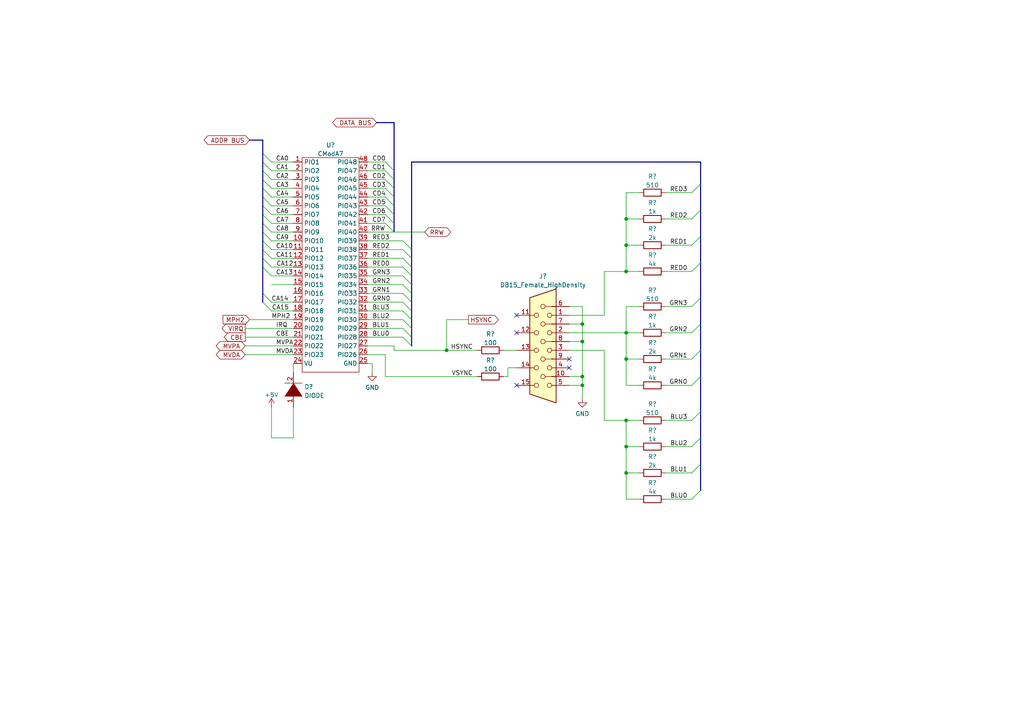
<source format=kicad_sch>
(kicad_sch (version 20211123) (generator eeschema)
  (paper "A4")
  (title_block (title "RF65816SBC VGA") (rev "1") (company "Finitron"))
  (lib_symbols
    (symbol "Connector:DB15_Female_HighDensity" (pin_names (offset 1.016) hide)
      (property "Reference" "J" (at 0 21.59 0))
      (property "Value" "DB15_Female_HighDensity" (at 0 19.05 0))
      (symbol "DB15_Female_HighDensity_0_1"
        (circle (center -1.905 -10.16) (radius 0.635))
        (circle (center -1.905 -5.08) (radius 0.635))
        (circle (center -1.905 0) (radius 0.635))
        (circle (center -1.905 5.08) (radius 0.635))
        (circle (center -1.905 10.16) (radius 0.635))
        (circle (center 0 -7.62) (radius 0.635))
        (circle (center 0 -2.54) (radius 0.635))
        (polyline (pts (xy -3.175 7.62) (xy -0.635 7.62)))
        (polyline (pts (xy -0.635 -7.62) (xy -3.175 -7.62)))
        (polyline (pts (xy -0.635 -2.54) (xy -3.175 -2.54)))
        (polyline (pts (xy -0.635 2.54) (xy -3.175 2.54)))
        (polyline (pts (xy -0.635 12.7) (xy -3.175 12.7)))
        (polyline (pts (xy -3.81 17.78) (xy -3.81 -15.24) (xy 3.81 -12.7) (xy 3.81 15.24) (xy -3.81 17.78)) (stroke (width 0.254)) (fill (type background)))
        (circle (center 0 2.54) (radius 0.635))
        (circle (center 0 7.62) (radius 0.635))
        (circle (center 0 12.7) (radius 0.635))
        (circle (center 1.905 -10.16) (radius 0.635))
        (circle (center 1.905 -5.08) (radius 0.635))
        (circle (center 1.905 0) (radius 0.635))
        (circle (center 1.905 5.08) (radius 0.635))
        (circle (center 1.905 10.16) (radius 0.635))
      )
      (symbol "DB15_Female_HighDensity_1_1"
        (pin passive line (at -7.62 10.16 0) (length 5.08) (name "~") (number "1"))
        (pin passive line (at -7.62 -7.62 0) (length 5.08) (name "~") (number "10"))
        (pin passive line (at 7.62 10.16 180) (length 5.08) (name "~") (number "11"))
        (pin passive line (at 7.62 5.08 180) (length 5.08) (name "~") (number "12"))
        (pin passive line (at 7.62 0 180) (length 5.08) (name "~") (number "13"))
        (pin passive line (at 7.62 -5.08 180) (length 5.08) (name "~") (number "14"))
        (pin passive line (at 7.62 -10.16 180) (length 5.08) (name "~") (number "15"))
        (pin passive line (at -7.62 5.08 0) (length 5.08) (name "~") (number "2"))
        (pin passive line (at -7.62 0 0) (length 5.08) (name "~") (number "3"))
        (pin passive line (at -7.62 -5.08 0) (length 5.08) (name "~") (number "4"))
        (pin passive line (at -7.62 -10.16 0) (length 5.08) (name "~") (number "5"))
        (pin passive line (at -7.62 12.7 0) (length 5.08) (name "~") (number "6"))
        (pin passive line (at -7.62 7.62 0) (length 5.08) (name "~") (number "7"))
        (pin passive line (at -7.62 2.54 0) (length 5.08) (name "~") (number "8"))
        (pin passive line (at -7.62 -2.54 0) (length 5.08) (name "~") (number "9"))
      )
    )
    (symbol "Device:R" (pin_numbers hide) (pin_names (offset 0))
      (property "Reference" "R" (at 2.032 0 90))
      (property "Value" "R" (at 0 0 90))
      (symbol "R_0_1"
        (rectangle (start -1.016 -2.54) (end 1.016 2.54) (stroke (width 0.254)))
      )
      (symbol "R_1_1"
        (pin passive line (at 0 3.81 270) (length 1.27) (name "~") (number "1"))
        (pin passive line (at 0 -3.81 90) (length 1.27) (name "~") (number "2"))
      )
    )
    (symbol "MyLib:CModA7"
      (property "Reference" "U" (at 0 30.48 0))
      (property "Value" "CModA7" (at 1.27 33.02 0))
      (symbol "CModA7_0_1"
        (rectangle (start -6.35 29.21) (end 10.16 -33.02) (stroke (width 0.1524)))
      )
      (symbol "CModA7_1_1"
        (pin bidirectional line (at -8.89 27.94 0) (length 2.54) (name "PIO1") (number "1"))
        (pin bidirectional line (at -8.89 5.08 0) (length 2.54) (name "PIO10") (number "10"))
        (pin bidirectional line (at -8.89 2.54 0) (length 2.54) (name "PIO11") (number "11"))
        (pin bidirectional line (at -8.89 0 0) (length 2.54) (name "PIO12") (number "12"))
        (pin bidirectional line (at -8.89 -2.54 0) (length 2.54) (name "PIO13") (number "13"))
        (pin bidirectional line (at -8.89 -5.08 0) (length 2.54) (name "PIO14") (number "14"))
        (pin unspecified line (at -8.89 -7.62 0) (length 2.54) (name "PIO15") (number "15"))
        (pin unspecified line (at -8.89 -10.16 0) (length 2.54) (name "PIO16") (number "16"))
        (pin bidirectional line (at -8.89 -12.7 0) (length 2.54) (name "PIO17") (number "17"))
        (pin bidirectional line (at -8.89 -15.24 0) (length 2.54) (name "PIO18") (number "18"))
        (pin bidirectional line (at -8.89 -17.78 0) (length 2.54) (name "PIO19") (number "19"))
        (pin bidirectional line (at -8.89 25.4 0) (length 2.54) (name "PIO2") (number "2"))
        (pin bidirectional line (at -8.89 -20.32 0) (length 2.54) (name "PIO20") (number "20"))
        (pin bidirectional line (at -8.89 -22.86 0) (length 2.54) (name "PIO21") (number "21"))
        (pin bidirectional line (at -8.89 -25.4 0) (length 2.54) (name "PIO22") (number "22"))
        (pin bidirectional line (at -8.89 -27.94 0) (length 2.54) (name "PIO23") (number "23"))
        (pin power_in line (at -8.89 -30.48 0) (length 2.54) (name "VU") (number "24"))
        (pin power_in line (at 12.7 -30.48 180) (length 2.54) (name "GND") (number "25"))
        (pin bidirectional line (at 12.7 -27.94 180) (length 2.54) (name "PIO26") (number "26"))
        (pin bidirectional line (at 12.7 -25.4 180) (length 2.54) (name "PIO27") (number "27"))
        (pin bidirectional line (at 12.7 -22.86 180) (length 2.54) (name "PIO28") (number "28"))
        (pin bidirectional line (at 12.7 -20.32 180) (length 2.54) (name "PIO29") (number "29"))
        (pin bidirectional line (at -8.89 22.86 0) (length 2.54) (name "PIO3") (number "3"))
        (pin bidirectional line (at 12.7 -17.78 180) (length 2.54) (name "PIO30") (number "30"))
        (pin bidirectional line (at 12.7 -15.24 180) (length 2.54) (name "PIO31") (number "31"))
        (pin bidirectional line (at 12.7 -12.7 180) (length 2.54) (name "PIO32") (number "32"))
        (pin bidirectional line (at 12.7 -10.16 180) (length 2.54) (name "PIO33") (number "33"))
        (pin bidirectional line (at 12.7 -7.62 180) (length 2.54) (name "PIO34") (number "34"))
        (pin bidirectional line (at 12.7 -5.08 180) (length 2.54) (name "PIO35") (number "35"))
        (pin bidirectional line (at 12.7 -2.54 180) (length 2.54) (name "PIO36") (number "36"))
        (pin bidirectional line (at 12.7 0 180) (length 2.54) (name "PIO37") (number "37"))
        (pin bidirectional line (at 12.7 2.54 180) (length 2.54) (name "PIO38") (number "38"))
        (pin bidirectional line (at 12.7 5.08 180) (length 2.54) (name "PIO39") (number "39"))
        (pin bidirectional line (at -8.89 20.32 0) (length 2.54) (name "PIO4") (number "4"))
        (pin bidirectional line (at 12.7 7.62 180) (length 2.54) (name "PIO40") (number "40"))
        (pin bidirectional line (at 12.7 10.16 180) (length 2.54) (name "PIO41") (number "41"))
        (pin bidirectional line (at 12.7 12.7 180) (length 2.54) (name "PIO42") (number "42"))
        (pin bidirectional line (at 12.7 15.24 180) (length 2.54) (name "PIO43") (number "43"))
        (pin bidirectional line (at 12.7 17.78 180) (length 2.54) (name "PIO44") (number "44"))
        (pin bidirectional line (at 12.7 20.32 180) (length 2.54) (name "PIO45") (number "45"))
        (pin bidirectional line (at 12.7 22.86 180) (length 2.54) (name "PIO46") (number "46"))
        (pin bidirectional line (at 12.7 25.4 180) (length 2.54) (name "PIO47") (number "47"))
        (pin bidirectional line (at 12.7 27.94 180) (length 2.54) (name "PIO48") (number "48"))
        (pin bidirectional line (at -8.89 17.78 0) (length 2.54) (name "PIO5") (number "5"))
        (pin bidirectional line (at -8.89 15.24 0) (length 2.54) (name "PIO6") (number "6"))
        (pin bidirectional line (at -8.89 12.7 0) (length 2.54) (name "PIO7") (number "7"))
        (pin bidirectional line (at -8.89 10.16 0) (length 2.54) (name "PIO8") (number "8"))
        (pin bidirectional line (at -8.89 7.62 0) (length 2.54) (name "PIO9") (number "9"))
      )
    )
    (symbol "power:+5V" (power) (pin_names (offset 0))
      (property "Value" "+5V" (at 0 3.556 0))
      (symbol "+5V_0_1"
        (polyline (pts (xy -0.762 1.27) (xy 0 2.54)))
        (polyline (pts (xy 0 0) (xy 0 2.54)))
        (polyline (pts (xy 0 2.54) (xy 0.762 1.27)))
      )
      (symbol "+5V_1_1"
        (pin power_in line (at 0 0 90) (length 0) hide (name "+5V") (number "1"))
      )
    )
    (symbol "power:GND" (power) (pin_names (offset 0))
      (property "Value" "GND" (at 0 -3.81 0))
      (symbol "GND_0_1"
        (polyline (pts (xy 0 0) (xy 0 -1.27) (xy 1.27 -1.27) (xy 0 -2.54) (xy -1.27 -1.27) (xy 0 -1.27)))
      )
      (symbol "GND_1_1"
        (pin power_in line (at 0 0 270) (length 0) hide (name "GND") (number "1"))
      )
    )
    (symbol "pspice:DIODE" (pin_names (offset 1.016) hide)
      (property "Reference" "D" (at 0 3.81 0))
      (property "Value" "DIODE" (at 0 -4.445 0))
      (symbol "DIODE_0_1"
        (polyline (pts (xy 1.905 2.54) (xy 1.905 -2.54)))
        (polyline (pts (xy -1.905 2.54) (xy -1.905 -2.54) (xy 1.905 0)) (fill (type outline)))
      )
      (symbol "DIODE_1_1"
        (pin input line (at -5.08 0 0) (length 3.81) (name "K") (number "1"))
        (pin input line (at 5.08 0 180) (length 3.81) (name "A") (number "2"))
      )
    )
  )
  (junction (at 181.61 71.12))
  (junction (at 168.91 109.22))
  (junction (at 181.61 104.14))
  (junction (at 181.61 129.54))
  (junction (at 168.91 93.98))
  (junction (at 181.61 137.16))
  (junction (at 181.61 78.74))
  (junction (at 168.91 99.06))
  (junction (at 181.61 96.52))
  (junction (at 129.54 101.6))
  (junction (at 181.61 63.5))
  (junction (at 168.91 111.76))
  (junction (at 181.61 121.92))
  (no_connect (at 165.1 106.68))
  (no_connect (at 149.86 111.76))
  (no_connect (at 149.86 96.52))
  (no_connect (at 165.1 104.14))
  (no_connect (at 149.86 91.44))
  (bus_entry (at 111.76 52.07) (size 2.54 2.54))
  (bus_entry (at 203.2 119.38) (size -2.54 2.54))
  (bus_entry (at 76.2 62.23) (size 2.54 2.54))
  (bus_entry (at 76.2 67.31) (size 2.54 2.54))
  (bus_entry (at 76.2 87.63) (size 2.54 2.54))
  (bus_entry (at 203.2 60.96) (size -2.54 2.54))
  (bus_entry (at 203.2 142.24) (size -2.54 2.54))
  (bus_entry (at 111.76 46.99) (size 2.54 2.54))
  (bus_entry (at 76.2 59.69) (size 2.54 2.54))
  (bus_entry (at 200.66 111.76) (size 2.54 -2.54))
  (bus_entry (at 111.76 49.53) (size 2.54 2.54))
  (bus_entry (at 203.2 127) (size -2.54 2.54))
  (bus_entry (at 203.2 53.34) (size -2.54 2.54))
  (bus_entry (at 76.2 57.15) (size 2.54 2.54))
  (bus_entry (at 111.76 62.23) (size 2.54 2.54))
  (bus_entry (at 76.2 49.53) (size 2.54 2.54))
  (bus_entry (at 200.66 78.74) (size 2.54 -2.54))
  (bus_entry (at 200.66 71.12) (size 2.54 -2.54))
  (bus_entry (at 76.2 74.93) (size 2.54 2.54))
  (bus_entry (at 76.2 54.61) (size 2.54 2.54))
  (bus_entry (at 76.2 46.99) (size 2.54 2.54))
  (bus_entry (at 203.2 134.62) (size -2.54 2.54))
  (bus_entry (at 76.2 44.45) (size 2.54 2.54))
  (bus_entry (at 111.76 64.77) (size 2.54 2.54))
  (bus_entry (at 111.76 54.61) (size 2.54 2.54))
  (bus_entry (at 111.76 57.15) (size 2.54 2.54))
  (bus_entry (at 76.2 77.47) (size 2.54 2.54))
  (bus_entry (at 76.2 69.85) (size 2.54 2.54))
  (bus_entry (at 76.2 85.09) (size 2.54 2.54))
  (bus_entry (at 76.2 72.39) (size 2.54 2.54))
  (bus_entry (at 111.76 59.69) (size 2.54 2.54))
  (bus_entry (at 76.2 52.07) (size 2.54 2.54))
  (bus_entry (at 116.84 77.47) (size 2.54 2.54))
  (bus_entry (at 116.84 95.25) (size 2.54 2.54))
  (bus_entry (at 116.84 92.71) (size 2.54 2.54))
  (bus_entry (at 116.84 90.17) (size 2.54 2.54))
  (bus_entry (at 116.84 87.63) (size 2.54 2.54))
  (bus_entry (at 116.84 74.93) (size 2.54 2.54))
  (bus_entry (at 116.84 72.39) (size 2.54 2.54))
  (bus_entry (at 116.84 69.85) (size 2.54 2.54))
  (bus_entry (at 116.84 97.79) (size 2.54 2.54))
  (bus_entry (at 116.84 85.09) (size 2.54 2.54))
  (bus_entry (at 116.84 82.55) (size 2.54 2.54))
  (bus_entry (at 116.84 80.01) (size 2.54 2.54))
  (bus_entry (at 203.2 86.36) (size -2.54 2.54))
  (bus_entry (at 203.2 93.98) (size -2.54 2.54))
  (bus_entry (at 203.2 101.6) (size -2.54 2.54))
  (bus_entry (at 76.2 64.77) (size 2.54 2.54))
  (wire (pts (xy 106.68 85.09) (xy 116.84 85.09)))
  (bus (pts (xy 76.2 40.64) (xy 72.39 40.64)))
  (wire (pts (xy 181.61 121.92) (xy 181.61 129.54)))
  (bus (pts (xy 203.2 109.22) (xy 203.2 119.38)))
  (bus (pts (xy 114.3 57.15) (xy 114.3 54.61)))
  (bus (pts (xy 119.38 100.33) (xy 119.38 97.79)))
  (wire (pts (xy 106.68 49.53) (xy 111.76 49.53)))
  (wire (pts (xy 185.42 55.88) (xy 181.61 55.88)))
  (wire (pts (xy 85.09 59.69) (xy 78.74 59.69)))
  (bus (pts (xy 119.38 82.55) (xy 119.38 80.01)))
  (wire (pts (xy 181.61 63.5) (xy 181.61 71.12)))
  (wire (pts (xy 71.12 100.33) (xy 85.09 100.33)))
  (wire (pts (xy 106.68 105.41) (xy 107.95 105.41)))
  (bus (pts (xy 114.3 64.77) (xy 114.3 62.23)))
  (wire (pts (xy 165.1 109.22) (xy 168.91 109.22)))
  (bus (pts (xy 203.2 76.2) (xy 203.2 86.36)))
  (wire (pts (xy 85.09 49.53) (xy 78.74 49.53)))
  (wire (pts (xy 165.1 88.9) (xy 168.91 88.9)))
  (wire (pts (xy 165.1 91.44) (xy 175.26 91.44)))
  (wire (pts (xy 106.68 72.39) (xy 116.84 72.39)))
  (wire (pts (xy 106.68 80.01) (xy 116.84 80.01)))
  (wire (pts (xy 185.42 96.52) (xy 181.61 96.52)))
  (wire (pts (xy 175.26 78.74) (xy 181.61 78.74)))
  (bus (pts (xy 119.38 85.09) (xy 119.38 82.55)))
  (wire (pts (xy 165.1 101.6) (xy 175.26 101.6)))
  (wire (pts (xy 106.68 95.25) (xy 116.84 95.25)))
  (wire (pts (xy 165.1 93.98) (xy 168.91 93.98)))
  (bus (pts (xy 76.2 64.77) (xy 76.2 67.31)))
  (bus (pts (xy 114.3 54.61) (xy 114.3 52.07)))
  (bus (pts (xy 119.38 92.71) (xy 119.38 90.17)))
  (wire (pts (xy 185.42 104.14) (xy 181.61 104.14)))
  (wire (pts (xy 146.05 101.6) (xy 149.86 101.6)))
  (wire (pts (xy 85.09 107.95) (xy 85.09 105.41)))
  (wire (pts (xy 181.61 144.78) (xy 181.61 137.16)))
  (wire (pts (xy 193.04 121.92) (xy 200.66 121.92)))
  (wire (pts (xy 78.74 87.63) (xy 85.09 87.63)))
  (wire (pts (xy 181.61 104.14) (xy 181.61 96.52)))
  (wire (pts (xy 175.26 121.92) (xy 175.26 101.6)))
  (wire (pts (xy 149.86 106.68) (xy 147.32 106.68)))
  (wire (pts (xy 85.09 57.15) (xy 78.74 57.15)))
  (wire (pts (xy 106.68 67.31) (xy 114.3 67.31)))
  (wire (pts (xy 114.3 101.6) (xy 129.54 101.6)))
  (wire (pts (xy 185.42 111.76) (xy 181.61 111.76)))
  (bus (pts (xy 114.3 67.31) (xy 114.3 64.77)))
  (bus (pts (xy 76.2 74.93) (xy 76.2 72.39)))
  (wire (pts (xy 106.68 74.93) (xy 116.84 74.93)))
  (wire (pts (xy 200.66 104.14) (xy 193.04 104.14)))
  (bus (pts (xy 76.2 49.53) (xy 76.2 46.99)))
  (wire (pts (xy 85.09 64.77) (xy 78.74 64.77)))
  (bus (pts (xy 76.2 87.63) (xy 76.2 85.09)))
  (wire (pts (xy 181.61 88.9) (xy 181.61 96.52)))
  (wire (pts (xy 106.68 46.99) (xy 111.76 46.99)))
  (wire (pts (xy 78.74 77.47) (xy 85.09 77.47)))
  (wire (pts (xy 147.32 109.22) (xy 146.05 109.22)))
  (bus (pts (xy 114.3 62.23) (xy 114.3 59.69)))
  (wire (pts (xy 175.26 78.74) (xy 175.26 91.44)))
  (wire (pts (xy 106.68 82.55) (xy 116.84 82.55)))
  (bus (pts (xy 76.2 52.07) (xy 76.2 54.61)))
  (wire (pts (xy 185.42 144.78) (xy 181.61 144.78)))
  (bus (pts (xy 119.38 87.63) (xy 119.38 85.09)))
  (wire (pts (xy 106.68 102.87) (xy 111.76 102.87)))
  (wire (pts (xy 85.09 62.23) (xy 78.74 62.23)))
  (wire (pts (xy 181.61 71.12) (xy 185.42 71.12)))
  (wire (pts (xy 72.39 92.71) (xy 85.09 92.71)))
  (wire (pts (xy 114.3 101.6) (xy 114.3 100.33)))
  (wire (pts (xy 200.66 144.78) (xy 193.04 144.78)))
  (wire (pts (xy 147.32 106.68) (xy 147.32 109.22)))
  (wire (pts (xy 185.42 129.54) (xy 181.61 129.54)))
  (wire (pts (xy 114.3 67.31) (xy 123.19 67.31)))
  (bus (pts (xy 76.2 77.47) (xy 76.2 74.93)))
  (wire (pts (xy 85.09 67.31) (xy 78.74 67.31)))
  (wire (pts (xy 168.91 99.06) (xy 168.91 109.22)))
  (bus (pts (xy 76.2 85.09) (xy 76.2 77.47)))
  (bus (pts (xy 203.2 127) (xy 203.2 119.38)))
  (wire (pts (xy 185.42 63.5) (xy 181.61 63.5)))
  (wire (pts (xy 106.68 52.07) (xy 111.76 52.07)))
  (bus (pts (xy 203.2 93.98) (xy 203.2 101.6)))
  (wire (pts (xy 85.09 69.85) (xy 78.74 69.85)))
  (wire (pts (xy 165.1 96.52) (xy 181.61 96.52)))
  (bus (pts (xy 114.3 35.56) (xy 114.3 49.53)))
  (bus (pts (xy 203.2 134.62) (xy 203.2 127)))
  (wire (pts (xy 200.66 111.76) (xy 193.04 111.76)))
  (wire (pts (xy 181.61 111.76) (xy 181.61 104.14)))
  (wire (pts (xy 106.68 87.63) (xy 116.84 87.63)))
  (wire (pts (xy 106.68 77.47) (xy 116.84 77.47)))
  (wire (pts (xy 85.09 74.93) (xy 78.74 74.93)))
  (wire (pts (xy 181.61 78.74) (xy 185.42 78.74)))
  (wire (pts (xy 181.61 121.92) (xy 175.26 121.92)))
  (bus (pts (xy 203.2 46.99) (xy 119.38 46.99)))
  (bus (pts (xy 203.2 101.6) (xy 203.2 109.22)))
  (wire (pts (xy 107.95 105.41) (xy 107.95 107.95)))
  (wire (pts (xy 85.09 54.61) (xy 78.74 54.61)))
  (wire (pts (xy 85.09 118.11) (xy 85.09 127)))
  (wire (pts (xy 193.04 137.16) (xy 200.66 137.16)))
  (bus (pts (xy 119.38 97.79) (xy 119.38 95.25)))
  (bus (pts (xy 76.2 57.15) (xy 76.2 59.69)))
  (wire (pts (xy 129.54 101.6) (xy 138.43 101.6)))
  (bus (pts (xy 203.2 60.96) (xy 203.2 53.34)))
  (wire (pts (xy 181.61 55.88) (xy 181.61 63.5)))
  (wire (pts (xy 168.91 88.9) (xy 168.91 93.98)))
  (wire (pts (xy 168.91 93.98) (xy 168.91 99.06)))
  (wire (pts (xy 106.68 57.15) (xy 111.76 57.15)))
  (wire (pts (xy 165.1 99.06) (xy 168.91 99.06)))
  (wire (pts (xy 181.61 129.54) (xy 181.61 137.16)))
  (wire (pts (xy 85.09 80.01) (xy 78.74 80.01)))
  (bus (pts (xy 119.38 90.17) (xy 119.38 87.63)))
  (wire (pts (xy 106.68 59.69) (xy 111.76 59.69)))
  (wire (pts (xy 85.09 82.55) (xy 78.74 82.55)))
  (bus (pts (xy 114.3 35.56) (xy 109.22 35.56)))
  (wire (pts (xy 185.42 137.16) (xy 181.61 137.16)))
  (bus (pts (xy 76.2 44.45) (xy 76.2 40.64)))
  (wire (pts (xy 168.91 111.76) (xy 168.91 115.57)))
  (wire (pts (xy 85.09 72.39) (xy 78.74 72.39)))
  (wire (pts (xy 181.61 78.74) (xy 181.61 71.12)))
  (wire (pts (xy 193.04 88.9) (xy 200.66 88.9)))
  (bus (pts (xy 119.38 95.25) (xy 119.38 92.71)))
  (wire (pts (xy 193.04 55.88) (xy 200.66 55.88)))
  (bus (pts (xy 203.2 68.58) (xy 203.2 76.2)))
  (wire (pts (xy 71.12 97.79) (xy 85.09 97.79)))
  (wire (pts (xy 129.54 92.71) (xy 129.54 101.6)))
  (wire (pts (xy 71.12 95.25) (xy 85.09 95.25)))
  (bus (pts (xy 76.2 59.69) (xy 76.2 62.23)))
  (wire (pts (xy 85.09 127) (xy 78.74 127)))
  (wire (pts (xy 85.09 52.07) (xy 78.74 52.07)))
  (wire (pts (xy 106.68 54.61) (xy 111.76 54.61)))
  (bus (pts (xy 76.2 54.61) (xy 76.2 57.15)))
  (wire (pts (xy 85.09 90.17) (xy 78.74 90.17)))
  (bus (pts (xy 203.2 134.62) (xy 203.2 142.24)))
  (wire (pts (xy 111.76 102.87) (xy 111.76 109.22)))
  (bus (pts (xy 203.2 93.98) (xy 203.2 86.36)))
  (wire (pts (xy 71.12 102.87) (xy 85.09 102.87)))
  (bus (pts (xy 76.2 44.45) (xy 76.2 46.99)))
  (bus (pts (xy 114.3 59.69) (xy 114.3 57.15)))
  (wire (pts (xy 106.68 62.23) (xy 111.76 62.23)))
  (bus (pts (xy 203.2 53.34) (xy 203.2 46.99)))
  (wire (pts (xy 106.68 64.77) (xy 111.76 64.77)))
  (wire (pts (xy 185.42 88.9) (xy 181.61 88.9)))
  (wire (pts (xy 193.04 63.5) (xy 200.66 63.5)))
  (wire (pts (xy 78.74 118.11) (xy 78.74 127)))
  (wire (pts (xy 165.1 111.76) (xy 168.91 111.76)))
  (wire (pts (xy 193.04 71.12) (xy 200.66 71.12)))
  (bus (pts (xy 114.3 52.07) (xy 114.3 49.53)))
  (bus (pts (xy 119.38 80.01) (xy 119.38 77.47)))
  (wire (pts (xy 193.04 129.54) (xy 200.66 129.54)))
  (bus (pts (xy 76.2 67.31) (xy 76.2 69.85)))
  (wire (pts (xy 185.42 121.92) (xy 181.61 121.92)))
  (bus (pts (xy 119.38 77.47) (xy 119.38 74.93)))
  (wire (pts (xy 193.04 78.74) (xy 200.66 78.74)))
  (wire (pts (xy 106.68 69.85) (xy 116.84 69.85)))
  (bus (pts (xy 76.2 62.23) (xy 76.2 64.77)))
  (bus (pts (xy 76.2 69.85) (xy 76.2 72.39)))
  (wire (pts (xy 106.68 90.17) (xy 116.84 90.17)))
  (bus (pts (xy 119.38 74.93) (xy 119.38 72.39)))
  (wire (pts (xy 111.76 109.22) (xy 138.43 109.22)))
  (wire (pts (xy 85.09 46.99) (xy 78.74 46.99)))
  (wire (pts (xy 193.04 96.52) (xy 200.66 96.52)))
  (wire (pts (xy 114.3 100.33) (xy 106.68 100.33)))
  (bus (pts (xy 119.38 46.99) (xy 119.38 72.39)))
  (wire (pts (xy 168.91 109.22) (xy 168.91 111.76)))
  (bus (pts (xy 76.2 52.07) (xy 76.2 49.53)))
  (wire (pts (xy 106.68 92.71) (xy 116.84 92.71)))
  (wire (pts (xy 129.54 92.71) (xy 135.89 92.71)))
  (wire (pts (xy 106.68 97.79) (xy 116.84 97.79)))
  (bus (pts (xy 203.2 60.96) (xy 203.2 68.58)))
  (label "RRW" (at 111.76 67.31 180))
  (label "CA3" (at 80.01 54.61 0))
  (label "CA8" (at 80.01 67.31 0))
  (label "VSYNC" (at 137.16 109.22 180))
  (label "GRN3" (at 199.39 88.9 180))
  (label "IRQ" (at 80.01 95.25 0))
  (label "CA7" (at 80.01 64.77 0))
  (label "CA15" (at 83.82 90.17 180))
  (label "GRN1" (at 107.95 85.09 0))
  (label "RED3" (at 113.03 69.85 180))
  (label "RED0" (at 107.95 77.47 0))
  (label "BLU1" (at 199.39 137.16 180))
  (label "GRN0" (at 199.39 111.76 180))
  (label "RED1" (at 199.39 71.12 180))
  (label "GRN1" (at 199.39 104.14 180))
  (label "RED0" (at 199.39 78.74 180))
  (label "HSYNC" (at 137.16 101.6 180))
  (label "BLU3" (at 199.39 121.92 180))
  (label "CA0" (at 80.01 46.99 0))
  (label "BLU1" (at 107.95 95.25 0))
  (label "MPH2" (at 78.74 92.71 0))
  (label "CA6" (at 80.01 62.23 0))
  (label "RED3" (at 199.39 55.88 180))
  (label "BLU0" (at 107.95 97.79 0))
  (label "CA5" (at 80.01 59.69 0))
  (label "CA10" (at 80.01 72.39 0))
  (label "CBE" (at 80.01 97.79 0))
  (label "CD0" (at 107.95 46.99 0))
  (label "CD5" (at 107.95 59.69 0))
  (label "CA9" (at 80.01 69.85 0))
  (label "CA4" (at 80.01 57.15 0))
  (label "CD2" (at 107.95 52.07 0))
  (label "BLU0" (at 199.39 144.78 180))
  (label "CD4" (at 107.95 57.15 0))
  (label "CD1" (at 107.95 49.53 0))
  (label "CD6" (at 107.95 62.23 0))
  (label "GRN0" (at 107.95 87.63 0))
  (label "MVPA" (at 80.01 100.33 0))
  (label "GRN2" (at 199.39 96.52 180))
  (label "CA1" (at 80.01 49.53 0))
  (label "MVDA" (at 80.01 102.87 0))
  (label "CD7" (at 107.95 64.77 0))
  (label "RED2" (at 113.03 72.39 180))
  (label "BLU2" (at 107.95 92.71 0))
  (label "CA14" (at 78.74 87.63 0))
  (label "CA13" (at 80.01 80.01 0))
  (label "BLU2" (at 199.39 129.54 180))
  (label "GRN3" (at 107.95 80.01 0))
  (label "RED1" (at 107.95 74.93 0))
  (label "CD3" (at 107.95 54.61 0))
  (label "CA12" (at 85.09 77.47 180))
  (label "CA11" (at 80.01 74.93 0))
  (label "BLU3" (at 107.95 90.17 0))
  (label "RED2" (at 199.39 63.5 180))
  (label "GRN2" (at 107.95 82.55 0))
  (label "CA2" (at 80.01 52.07 0))
  (global_label "MPH2" (shape input) (at 72.39 92.71 180) (property "Intersheet References" "${INTERSHEET_REFS}" (effects hide)))
  (global_label "ADDR BUS" (shape bidirectional) (at 72.39 40.64 180) (property "Intersheet References" "${INTERSHEET_REFS}" (effects hide)))
  (global_label "RRW" (shape bidirectional) (at 123.19 67.31 0) (property "Intersheet References" "${INTERSHEET_REFS}" (effects hide)))
  (global_label "CBE" (shape output) (at 71.12 97.79 180) (property "Intersheet References" "${INTERSHEET_REFS}" (effects hide)))
  (global_label "VIRQ" (shape output) (at 71.12 95.25 180) (property "Intersheet References" "${INTERSHEET_REFS}" (effects hide)))
  (global_label "MVDA" (shape bidirectional) (at 71.12 102.87 180) (property "Intersheet References" "${INTERSHEET_REFS}" (effects hide)))
  (global_label "DATA BUS" (shape bidirectional) (at 109.22 35.56 180) (property "Intersheet References" "${INTERSHEET_REFS}" (effects hide)))
  (global_label "HSYNC" (shape output) (at 135.89 92.71 0) (property "Intersheet References" "${INTERSHEET_REFS}" (effects hide)))
  (global_label "MVPA" (shape bidirectional) (at 71.12 100.33 180) (property "Intersheet References" "${INTERSHEET_REFS}" (effects hide)))
  (symbol (lib_id "Device:R") (at 189.23 137.16 270) (mirror x) (unit 1)
    (property "Reference" "R?" (at 189.23 132.4442 90))
    (property "Value" "2k" (at 189.23 134.9811 90))
  )
  (symbol (lib_id "Device:R") (at 189.23 111.76 270) (mirror x) (unit 1)
    (property "Reference" "R?" (at 189.23 107.0442 90))
    (property "Value" "4k" (at 189.23 109.5811 90))
  )
  (symbol (lib_id "Connector:DB15_Female_HighDensity") (at 157.48 101.6 0) (mirror y) (unit 1)
    (property "Reference" "J?" (at 157.48 80.1202 0))
    (property "Value" "DB15_Female_HighDensity" (at 157.48 82.6571 0))
    (property "Datasheet" " ~" (effects hide))
  )
  (symbol (lib_id "power:GND") (at 107.95 107.95 0) (unit 1)
    (property "Reference" "#PWR?" (effects hide))
    (property "Value" "GND" (at 107.95 112.3934 0))
  )
  (symbol (lib_id "power:+5V") (at 78.74 118.11 0) (unit 1)
    (property "Reference" "#PWR?" (effects hide))
    (property "Value" "+5V" (at 78.74 114.5342 0))
  )
  (symbol (lib_id "Device:R") (at 142.24 101.6 270) (mirror x) (unit 1)
    (property "Reference" "R?" (at 142.24 96.8842 90))
    (property "Value" "100" (at 142.24 99.4211 90))
  )
  (symbol (lib_id "Device:R") (at 189.23 55.88 270) (mirror x) (unit 1)
    (property "Reference" "R?" (at 189.23 51.1642 90))
    (property "Value" "510" (at 189.23 53.7011 90))
  )
  (symbol (lib_id "pspice:DIODE") (at 85.09 113.03 90) (unit 1)
    (property "Reference" "D?" (at 88.265 112.1953 90) (effects (justify right)))
    (property "Value" "DIODE" (at 88.265 114.7322 90) (effects (justify right)))
  )
  (symbol (lib_id "power:GND") (at 168.91 115.57 0) (mirror y) (unit 1)
    (property "Reference" "#PWR?" (effects hide))
    (property "Value" "GND" (at 168.91 120.0134 0))
  )
  (symbol (lib_id "MyLib:CModA7") (at 93.98 74.93 0) (unit 1)
    (property "Reference" "U?" (at 95.885 42.071 0))
    (property "Value" "CModA7" (at 95.885 44.6079 0))
  )
  (symbol (lib_id "Device:R") (at 189.23 121.92 270) (mirror x) (unit 1)
    (property "Reference" "R?" (at 189.23 117.2042 90))
    (property "Value" "510" (at 189.23 119.7411 90))
  )
  (symbol (lib_id "Device:R") (at 189.23 71.12 270) (mirror x) (unit 1)
    (property "Reference" "R?" (at 189.23 66.4042 90))
    (property "Value" "2k" (at 189.23 68.9411 90))
  )
  (symbol (lib_id "Device:R") (at 189.23 78.74 270) (mirror x) (unit 1)
    (property "Reference" "R?" (at 189.23 74.0242 90))
    (property "Value" "4k" (at 189.23 76.5611 90))
  )
  (symbol (lib_id "Device:R") (at 189.23 96.52 270) (mirror x) (unit 1)
    (property "Reference" "R?" (at 189.23 91.8042 90))
    (property "Value" "1k" (at 189.23 94.3411 90))
  )
  (symbol (lib_id "Device:R") (at 189.23 144.78 270) (mirror x) (unit 1)
    (property "Reference" "R?" (at 189.23 140.0642 90))
    (property "Value" "4k" (at 189.23 142.6011 90))
  )
  (symbol (lib_id "Device:R") (at 189.23 88.9 270) (mirror x) (unit 1)
    (property "Reference" "R?" (at 189.23 84.1842 90))
    (property "Value" "510" (at 189.23 86.7211 90))
  )
  (symbol (lib_id "Device:R") (at 189.23 104.14 270) (mirror x) (unit 1)
    (property "Reference" "R?" (at 189.23 99.4242 90))
    (property "Value" "2k" (at 189.23 101.9611 90))
  )
  (symbol (lib_id "Device:R") (at 142.24 109.22 270) (mirror x) (unit 1)
    (property "Reference" "R?" (at 142.24 104.5042 90))
    (property "Value" "100" (at 142.24 107.0411 90))
  )
  (symbol (lib_id "Device:R") (at 189.23 63.5 270) (mirror x) (unit 1)
    (property "Reference" "R?" (at 189.23 58.7842 90))
    (property "Value" "1k" (at 189.23 61.3211 90))
  )
  (symbol (lib_id "Device:R") (at 189.23 129.54 270) (mirror x) (unit 1)
    (property "Reference" "R?" (at 189.23 124.8242 90))
    (property "Value" "1k" (at 189.23 127.3611 90))
  )
)
</source>
